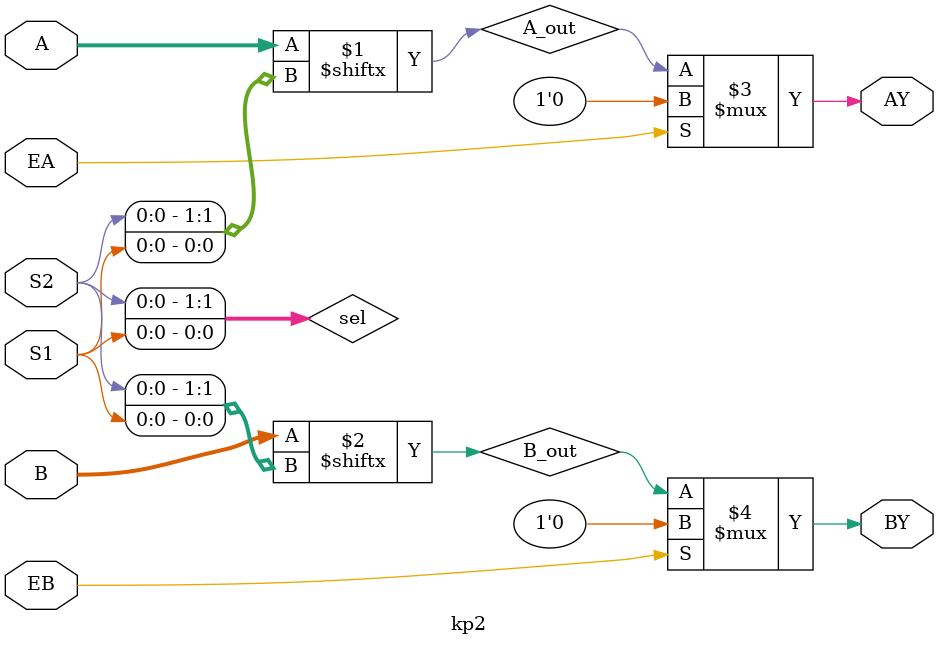
<source format=v>

module video (
input CLK,
input RESET,
input [7:0] Q,
input C17, C3, C18, C1, C2,

input [3:0] D,
input WR,
input A0,
input IORQ,
input BL,
input C5,
input C7,

output R, G, B, I,

output test

);

wire [7:0] DD37_Q;
ir23 DD37(.D(Q), .C(C17), .OE(1'b0), .Q(DD37_Q));

wire [7:0] DD40_Q;
ir23 DD40(.D(DD37_Q), .C(C3), .OE(1'b0), .Q(DD40_Q));

wire [7:0] DD38_Q;
ir23 DD38(.D(Q), .C(C18), .OE(1'b0), .Q(DD38_Q));

wire [3:0] DD41_Q;
ir16 DD41(.D({DD38_Q[3], DD38_Q[2], DD38_Q[1], DD38_Q[0]}), .DI(1'b0), .C(C1), .PE(C2), .OE(1'b1), .Q(DD41_Q));

wire [3:0] DD42_Q;
ir16 DD42(.D({DD38_Q[7], DD38_Q[6], DD38_Q[5], DD38_Q[4]}), .DI(DD41_Q[3]), .C(C1), .PE(C2), .OE(1'b1), .Q(DD42_Q));

reg [31:0] flash_cnt = 0;

always @(negedge CLK) begin
	flash_cnt = flash_cnt + 1;
end

//kp2 DD46()

assign R = DD46_by;
assign G = DD47_ay;
assign B = DD46_ay;
assign I = DD47_by;

assign test = flash_cnt[23];
wire flash;
assign flash = flash_cnt[23];

//////////////////////////////////////////////////////////
wire A0_port;
assign A0_port = ~(WR | A0 | IORQ);
reg  [3:0] DD43 = 4'b0;
always @(posedge A0_port) begin
	DD43 <= D;
end
wire K9, K10, K11;
assign K9 = DD43[0];
assign K10 = DD43[1];
assign K11 = DD43[2];

/////////////////////////////////////
wire DD46_ay, DD46_by;
wire DD47_ay, DD47_by;
kp2 DD46(.A({K9, K9, DD40_Q[3] ,DD40_Q[0]}), .B({K10, K10, DD40_Q[4], DD40_Q[1]}), .S1(pix), .S2(C5), .EA(BL), .EB(BL), .AY(DD46_ay), .BY(DD46_by));
kp2 DD47(.A({K11, K11, DD40_Q[5] ,DD40_Q[2]}), .B({1'b0, 1'b0, DD40_Q[6], DD40_Q[6]}), .S1(pix), .S2(C5), .EA(BL), .EB(BL), .AY(DD47_ay), .BY(DD47_by));

/////////////////////////////////////
wire pix;
assign pix = dd6_11;
	wire dd7_11 = ~(DD40_Q[7] & flash);
	wire dd6_11 = dd7_11 ^ DD42_Q[3];


endmodule

/////// IR23
module ir23(
input [7:0] D,
input C, OE,
output [7:0] Q
);
reg [7:0] data = 8'b0;
	always @(posedge C) begin
		data = D;
	end
assign Q = OE?(8'bz):(data);
endmodule

/////// IR16
module ir16(
input [3:0] D,
input DI, C, PE, OE,
output [3:0] Q
);
reg [3:0] data = 4'b0;
	always @(negedge C) begin
		if (PE) data <= D;
		else data <= {data[2:0], DI};
		
	end
assign Q = OE?(data):(4'bz);
endmodule

///////////////////////////// KP2
/*module kp2(
input [3:0] A,
input EA,
input [3:0] B,
input EB,
input S1, S2,
output AY, BY
);
wire adr = {S2, S1};
reg Ad = 1'b0, Bd = 1'b0;

always @* begin 
	case (adr)
		2'b00: begin Ad = EA?(1'b0):(A[0]); Bd = EB?(1'b0):(A[0]); end 
		2'b01: begin Ad = EA?(1'b0):(A[1]); Bd = EB?(1'b0):(A[1]); end 
		2'b10: begin Ad = EA?(1'b0):(A[2]); Bd = EB?(1'b0):(A[2]); end 
		2'b11: begin Ad = EA?(1'b0):(A[3]); Bd = EB?(1'b0):(A[3]); end 
	endcase
end

assign AY = Ad;
assign BY = Bd;

endmodule*/
///////////////////////////
module kp2
(
    input [3:0] A,
    input [3:0] B,
    input S1, S2,
    input EA, EB,
    output AY, BY
);
wire [1:0]sel = {S2, S1};
wire A_out = A[sel];//((sel == 2'b00) & A[0]) | ((sel == 2'b01) & A[1] )| ((sel == 2'b10) & A[2]) | ((sel == 2'b11) & A[3]);
wire B_out = B[sel];//((sel == 2'b00) & B[0]) | ((sel == 2'b01) & B[1]) | ((sel == 2'b10) & B[2]) | ((sel == 2'b11) & B[3]);

assign AY = (EA)?(1'b0):(A_out);
assign BY = (EB)?(1'b0):(B_out);
endmodule



</source>
